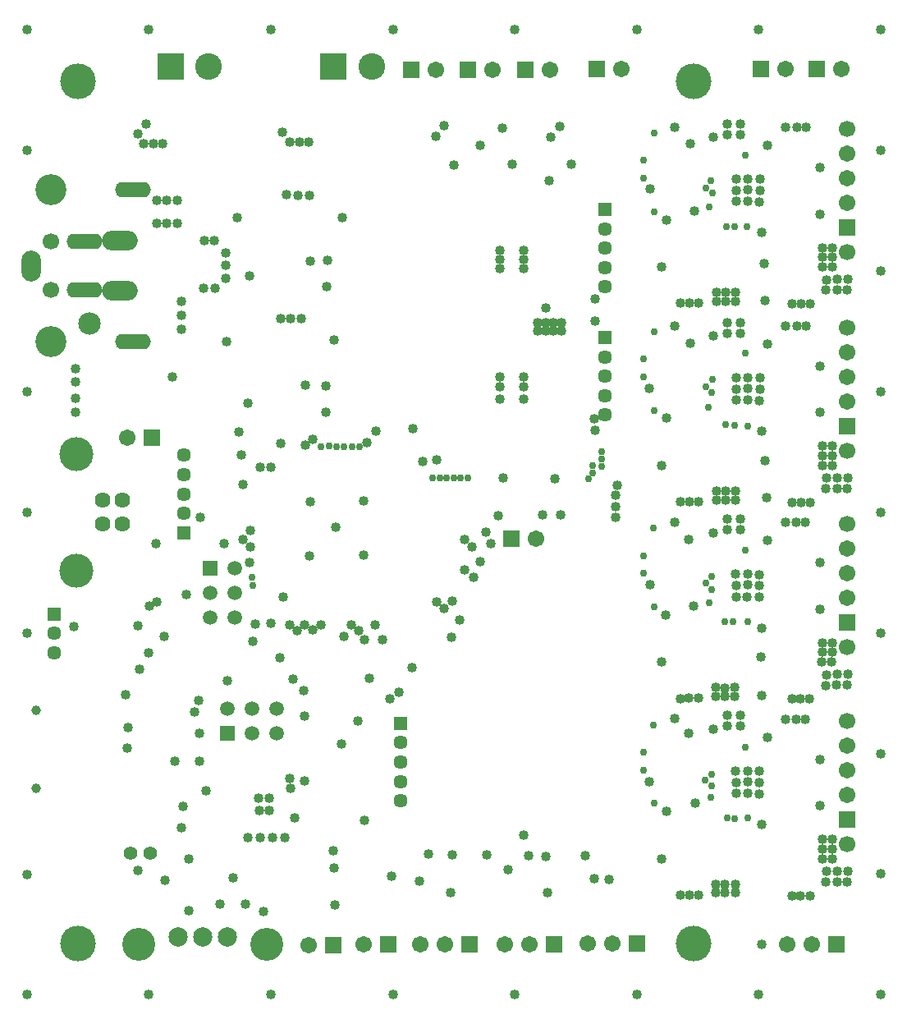
<source format=gbr>
G04 DipTrace 2.4.0.1*
%INBottomMask.gbr*%
%MOIN*%
%ADD14C,0.04*%
%ADD44R,0.0591X0.0591*%
%ADD46C,0.0591*%
%ADD102C,0.0669*%
%ADD103C,0.1339*%
%ADD104C,0.145*%
%ADD105C,0.0394*%
%ADD114C,0.03*%
%ADD155C,0.0552*%
%ADD173C,0.0572*%
%ADD175C,0.0572*%
%ADD177R,0.0572X0.0572*%
%ADD201C,0.0785*%
%ADD203C,0.108*%
%ADD207R,0.108X0.108*%
%ADD209C,0.0671*%
%ADD212R,0.0671X0.0671*%
%ADD216C,0.1379*%
%ADD220C,0.0639*%
%ADD223C,0.0907*%
%ADD227C,0.1261*%
%ADD229O,0.1458X0.0789*%
%ADD232O,0.1458X0.0631*%
%ADD236O,0.0789X0.1261*%
%FSLAX44Y44*%
G04*
G70*
G90*
G75*
G01*
%LNBotMask*%
%LPD*%
D14*
X4493Y10413D3*
X5000Y13610D3*
X7420Y9880D3*
X6330Y25480D3*
X19960Y5480D3*
X23460Y5130D3*
X19960Y5480D3*
X17040Y16340D3*
X24325Y19775D3*
Y20225D3*
X17350Y16080D3*
X18830Y17975D3*
X6020Y5050D3*
X6900Y16650D3*
X9460Y17950D3*
X11700Y11720D3*
X11660Y12750D3*
X4430Y12590D3*
X10830Y16570D3*
X17700Y6080D3*
X18200Y17660D3*
X17980Y15620D3*
X8940Y31950D3*
X17610Y4540D3*
X18550Y17350D3*
X17680Y16380D3*
X8525Y26925D3*
X6700Y7200D3*
X6760Y8060D3*
X5360Y14280D3*
X7371Y12359D3*
X23500Y27770D3*
X16475Y22045D3*
X23490Y28660D3*
X23470Y23310D3*
X17050Y22120D3*
X23450Y23790D3*
X24325Y20700D3*
X24395Y21080D3*
X2370Y25820D3*
Y25280D3*
X4930Y15390D3*
X30170Y33510D3*
Y33050D3*
X30150Y32580D3*
X29690Y33080D3*
Y33520D3*
X29680Y32610D3*
X29220D3*
X29230Y33050D3*
X29210Y33520D3*
D114*
X28810Y31590D3*
X29150Y31580D3*
X29650D3*
X28130Y32380D3*
X28240Y32940D3*
X28000Y33150D3*
X28180Y33460D3*
X29590Y34500D3*
D14*
X30500Y34890D3*
X28290Y35210D3*
X32630Y33980D3*
X32620Y32100D3*
X30260Y31340D3*
X28410Y28560D3*
Y28920D3*
X29180D3*
X28770Y28560D3*
Y28910D3*
X29180Y28560D3*
X29400Y35330D3*
X28850D3*
X29400Y35760D3*
X28850D3*
X32040Y35620D3*
X31670D3*
X31230D3*
X26730Y35630D3*
D114*
X25893Y32195D3*
X25453Y33555D3*
Y34275D3*
X25873Y35385D3*
D14*
X26380Y31870D3*
X9890Y6790D3*
X10940Y32880D3*
X11410Y32870D3*
X11900Y32850D3*
X13210Y31950D3*
X11930Y30190D3*
X12610Y30210D3*
X12600Y29150D3*
X9440Y29580D3*
X7610Y31010D3*
X8030D3*
X7590Y29100D3*
X8060Y29080D3*
X8500Y29480D3*
Y30010D3*
Y30530D3*
X10770Y35410D3*
X11100Y35020D3*
X11470Y35010D3*
X11860Y35020D3*
X5140Y34950D3*
X5540D3*
X5930D3*
X4910Y35340D3*
X12550Y25110D3*
Y24040D3*
X11720Y25160D3*
X9370Y24410D3*
X9400Y6790D3*
X10730Y27860D3*
X11130D3*
X11540Y27850D3*
X12870Y27000D3*
X18810Y34890D3*
X19720Y35600D3*
X17340Y35690D3*
X17010Y35250D3*
X22040Y35670D3*
X21700Y35230D3*
X17750Y34080D3*
X20110Y34110D3*
X33133Y30735D3*
X33123Y30345D3*
X33113Y29945D3*
X32733Y30735D3*
X32723Y30345D3*
X32713Y29945D3*
X32883Y29435D3*
X33753Y29445D3*
X33333D3*
X32863Y29005D3*
X33733Y29015D3*
X33313D3*
X31483Y28445D3*
X32213Y28455D3*
X31843D3*
X26953Y28475D3*
X27683Y28485D3*
X27313D3*
X33133Y22675D3*
X26193Y29955D3*
X33123Y22285D3*
X33113Y21885D3*
X32733Y22675D3*
X32723Y22285D3*
X32713Y21885D3*
X32883Y21375D3*
X33753Y21385D3*
X33333D3*
X30170Y25450D3*
Y24990D3*
X30150Y24520D3*
X29690Y25020D3*
Y25460D3*
X29680Y24550D3*
X29220D3*
X29230Y24990D3*
X29210Y25460D3*
D114*
X28800Y23540D3*
X29140Y23510D3*
X29670Y23500D3*
X28090Y24270D3*
X28220Y24860D3*
X28000Y25090D3*
X28240Y25390D3*
X29590Y26440D3*
D14*
X30500Y26830D3*
X28290Y27150D3*
X32630Y25920D3*
X32620Y24040D3*
X30260Y23280D3*
X28410Y20500D3*
Y20860D3*
X29180D3*
X28770Y20500D3*
Y20850D3*
X29180Y20500D3*
X29400Y27270D3*
X28850D3*
X29400Y27700D3*
X28850D3*
X32040Y27560D3*
X31670D3*
X31230D3*
X26730Y27570D3*
D114*
X25893Y24135D3*
X25453Y25495D3*
Y26215D3*
X25873Y27325D3*
D14*
X26380Y23810D3*
X32863Y20945D3*
X33733Y20955D3*
X33313D3*
X31483Y20385D3*
X32213Y20395D3*
X31843D3*
X26953Y20415D3*
X27683Y20425D3*
X27313D3*
X26193Y21895D3*
X33120Y14695D3*
X33110Y14305D3*
X33100Y13905D3*
X32720Y14695D3*
X32710Y14305D3*
X32700Y13905D3*
X32870Y13395D3*
X33740Y13405D3*
X33320D3*
X30157Y17469D3*
Y17009D3*
X30137Y16539D3*
X29677Y17039D3*
Y17479D3*
X29667Y16569D3*
X29207D3*
X29217Y17009D3*
X29197Y17479D3*
D114*
X28750Y15550D3*
X29100Y15540D3*
X29690Y15550D3*
X28130Y16320D3*
X28220Y16870D3*
X27987Y17109D3*
X28220Y17400D3*
X29577Y18459D3*
D14*
X30487Y18849D3*
X28277Y19169D3*
X32617Y17939D3*
X32607Y16059D3*
X30247Y15299D3*
X28397Y12519D3*
Y12879D3*
X29167D3*
X28757Y12519D3*
Y12869D3*
X29167Y12519D3*
X29387Y19289D3*
X28837D3*
X29387Y19719D3*
X28837D3*
X32027Y19579D3*
X31657D3*
X31217D3*
X26717Y19589D3*
D114*
X25880Y16155D3*
X25440Y17515D3*
Y18235D3*
X25860Y19345D3*
D14*
X26367Y15829D3*
X32850Y12965D3*
X33720Y12975D3*
X33300D3*
X31470Y12405D3*
X32200Y12415D3*
X31830D3*
X26940Y12435D3*
X27670Y12445D3*
X27300D3*
X26180Y13915D3*
X33123Y6715D3*
X33113Y6325D3*
X33103Y5925D3*
X32723Y6715D3*
X32713Y6325D3*
X32703Y5925D3*
X32873Y5415D3*
X33743Y5425D3*
X33323D3*
X30160Y9490D3*
Y9030D3*
X30140Y8560D3*
X29680Y9060D3*
Y9500D3*
X29670Y8590D3*
X29210D3*
X29220Y9030D3*
X29200Y9500D3*
D114*
X28840Y7580D3*
X29160Y7560D3*
X29670Y7580D3*
X28170Y8420D3*
X28225Y8900D3*
X27950Y9125D3*
X28225Y9350D3*
X29590Y10470D3*
D14*
X30490Y10870D3*
X28280Y11190D3*
X32620Y9960D3*
X32610Y8080D3*
X30250Y7320D3*
X28400Y4540D3*
Y4900D3*
X29170D3*
X28760Y4540D3*
Y4890D3*
X29170Y4540D3*
X29390Y11310D3*
X28840D3*
X29390Y11740D3*
X28840D3*
X32030Y11600D3*
X31660D3*
X31220D3*
X26720Y11610D3*
D114*
X25883Y8175D3*
X25443Y9535D3*
Y10255D3*
X25863Y11365D3*
D14*
X26370Y7850D3*
X32853Y4985D3*
X33723Y4995D3*
X33303D3*
X31473Y4425D3*
X32203Y4435D3*
X31833D3*
X26943Y4455D3*
X27673Y4465D3*
X27303D3*
X26183Y5935D3*
X22530Y34130D3*
X19625Y30250D3*
X20575D3*
Y29875D3*
X19625D3*
X20575Y30625D3*
X19625D3*
X21625Y33450D3*
X410Y39590D3*
X19100Y6080D3*
X21500Y6025D3*
X10390Y6790D3*
X10880Y6780D3*
X11275Y7600D3*
X11130Y8780D3*
X11680Y9090D3*
X11100Y9180D3*
X9825Y8375D3*
X4520Y11260D3*
X15510Y12700D3*
X15140Y12410D3*
X14850Y14830D3*
X14560Y15410D3*
X14120Y14820D3*
X13900Y15200D3*
X13600Y15425D3*
X13300Y14970D3*
X11700Y15425D3*
X12350D3*
X12025Y15225D3*
X11230Y13220D3*
X14330Y13260D3*
X8540Y13150D3*
X20600Y25475D3*
Y25075D3*
Y24600D3*
X19625Y25475D3*
Y25075D3*
Y24600D3*
X21500Y28300D3*
X21150Y27675D3*
X21475D3*
X21800D3*
X22125D3*
X21150Y27350D3*
X21475D3*
X21800D3*
X22125D3*
X10310Y21820D3*
X9900D3*
X14575Y23275D3*
X10250Y8375D3*
Y7900D3*
X19050Y19175D3*
X18175Y18900D3*
X18475Y18575D3*
X9850Y7875D3*
X10725Y22775D3*
X11725Y22725D3*
X12025Y22950D3*
X14220Y22830D3*
X16070Y23380D3*
X9025Y23250D3*
X9475Y18600D3*
X9180Y18900D3*
X11390Y15200D3*
X11075Y15425D3*
X5375Y16175D3*
X20775Y6070D3*
X16730Y6130D3*
X15225Y5210D3*
X30260Y2460D3*
X24040Y5080D3*
X21555Y4550D3*
X16340Y5020D3*
X13200Y10590D3*
X12850Y6260D3*
X10030Y3800D3*
X12925Y4060D3*
X19560Y19870D3*
X21350Y19875D3*
X19740Y21390D3*
X9675Y15450D3*
X10325Y15475D3*
X9125Y22325D3*
X21860Y21360D3*
X5700Y16360D3*
X5980Y14970D3*
X5640Y18710D3*
X2325Y15350D3*
X23100Y6050D3*
X6990Y3825D3*
X8255Y4075D3*
X9300Y4100D3*
X7410Y11010D3*
X10675Y14100D3*
X9575Y14750D3*
X9180Y21110D3*
X9475Y19250D3*
X7670Y8700D3*
X6675Y28550D3*
X6700Y27975D3*
Y27425D3*
X6100Y32650D3*
X6075Y31725D3*
X6525D3*
Y32650D3*
X5700D3*
X5675Y31725D3*
X410Y410D3*
X35090Y39590D3*
Y410D3*
X4930Y5460D3*
X6970Y5920D3*
X8790Y5140D3*
X13860Y11520D3*
X12870Y5560D3*
X14110Y7490D3*
X6430Y9880D3*
X12960Y19400D3*
X11910Y20430D3*
X14070Y20460D3*
Y18250D3*
X11870Y18230D3*
X410Y5300D3*
Y15100D3*
Y20000D3*
Y24900D3*
Y34690D3*
X35090D3*
Y29790D3*
Y24900D3*
X5360Y39590D3*
X35090Y20000D3*
Y15100D3*
Y10200D3*
Y5310D3*
X10320Y39590D3*
X15270D3*
X20230D3*
X25180D3*
X30130D3*
X5360Y410D3*
X10320D3*
X15270D3*
X20230D3*
X25180D3*
X30130D3*
X20570Y6890D3*
X7210Y11880D3*
X16040Y13680D3*
X17640Y14920D3*
D114*
X16870Y21400D3*
D14*
X19240Y18710D3*
X22080Y19890D3*
X25700Y9070D3*
X27560Y8180D3*
X27300Y11030D3*
X25710Y17060D3*
X27290Y18900D3*
X30250Y12540D3*
X30210Y14130D3*
X27480Y16180D3*
X30460Y20590D3*
X30390Y22080D3*
X25700Y25020D3*
X27340Y26860D3*
X30350Y30100D3*
X30400Y28600D3*
X25720Y33130D3*
X27360Y34970D3*
X27510Y32210D3*
X5260Y35760D3*
X7460Y19800D3*
X8410Y18730D3*
X2370Y24610D3*
Y24040D3*
D114*
X12350Y22670D3*
X12670Y22680D3*
X12980Y22670D3*
X13290D3*
X13610D3*
X13920Y22660D3*
X9560Y17360D3*
X9600Y17030D3*
X17170Y21400D3*
X17460D3*
X18020D3*
X17740D3*
X18320D3*
X23750Y22450D3*
Y22150D3*
X23740Y21850D3*
X23390Y21880D3*
X23380Y21590D3*
X23220Y21340D3*
D236*
X590Y30000D3*
D232*
X2756Y30984D3*
D229*
X4193Y28976D3*
Y31024D3*
D232*
X2756Y29016D3*
D227*
X1378Y26929D3*
Y33071D3*
D232*
X4724Y26929D3*
Y33071D3*
D223*
X2953Y27638D3*
D102*
X1378Y30984D3*
Y29016D3*
D220*
X4285Y19508D3*
Y20492D3*
X3498D3*
Y19508D3*
D216*
X2431Y22370D3*
Y17630D3*
D212*
X33720Y31550D3*
D209*
Y32550D3*
Y33550D3*
Y34550D3*
D212*
Y23490D3*
D209*
Y24490D3*
Y25490D3*
Y26490D3*
D212*
X33707Y15509D3*
D209*
Y16509D3*
Y17509D3*
Y18509D3*
D212*
X33710Y7530D3*
D209*
Y8530D3*
Y9530D3*
Y10530D3*
D207*
X6240Y38080D3*
D203*
X7800D3*
D207*
X12850D3*
D203*
X14410D3*
D212*
X16010Y37950D3*
D209*
X17010D3*
D212*
X33290Y2450D3*
D209*
X32290D3*
X31290D3*
D212*
X25200Y2480D3*
D209*
X24200D3*
X23200D3*
D212*
X21830Y2450D3*
D209*
X20830D3*
X19830D3*
D212*
X18370D3*
D209*
X17370D3*
X16370D3*
D212*
X15090Y2440D3*
D209*
X14090D3*
D212*
X12860Y2430D3*
D209*
X11860D3*
D201*
X8550Y2750D3*
X7550D3*
X6550D3*
D103*
X10148Y2451D3*
X4952D3*
D212*
X20650Y37970D3*
D209*
X21650D3*
D212*
X18320D3*
D209*
X19320D3*
D212*
X32490Y37990D3*
D209*
X33490D3*
D212*
X30230Y37980D3*
D209*
X31230D3*
D212*
X23560Y37990D3*
D209*
X24560D3*
D104*
X2500Y2500D3*
X27500D3*
Y37500D3*
X2500D3*
D105*
X799Y11949D3*
Y8799D3*
D177*
X23900Y27090D3*
D173*
Y26303D3*
Y25515D3*
D175*
Y24728D3*
Y23940D3*
D177*
Y32290D3*
D173*
Y31503D3*
Y30715D3*
D175*
Y29928D3*
Y29140D3*
D177*
X1520Y15870D3*
D173*
Y15081D3*
Y14292D3*
D177*
X6775Y19160D3*
D173*
Y19947D3*
Y20735D3*
D175*
Y21522D3*
Y22310D3*
D44*
X7840Y17710D3*
D46*
X8840D3*
X7840Y16710D3*
X8840D3*
X7840Y15710D3*
X8840D3*
D212*
X20075Y18925D3*
D209*
X21075D3*
D44*
X8540Y11010D3*
D46*
Y12010D3*
X9540Y11010D3*
Y12010D3*
X10540Y11010D3*
Y12010D3*
D212*
X5480Y23020D3*
D209*
X4480D3*
D177*
X15580Y11430D3*
D173*
Y10643D3*
Y9855D3*
D175*
Y9068D3*
Y8280D3*
D102*
X33723Y30545D3*
Y35555D3*
Y22485D3*
Y27495D3*
X33710Y14505D3*
Y19515D3*
X33713Y6525D3*
Y11535D3*
D155*
X4630Y6150D3*
X5420Y6160D3*
M02*

</source>
